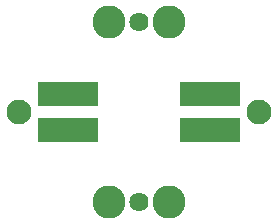
<source format=gbr>
G04 EAGLE Gerber RS-274X export*
G75*
%MOMM*%
%FSLAX34Y34*%
%LPD*%
%INSoldermask Bottom*%
%IPPOS*%
%AMOC8*
5,1,8,0,0,1.08239X$1,22.5*%
G01*
%ADD10C,2.101600*%
%ADD11R,5.101600X2.101600*%
%ADD12C,2.801600*%
%ADD13C,1.625600*%


D10*
X19050Y99060D03*
X222250Y99060D03*
D11*
X180650Y84060D03*
X180650Y114060D03*
X60650Y114060D03*
X60650Y84060D03*
D12*
X146050Y22860D03*
D13*
X120650Y22860D03*
D12*
X95250Y22860D03*
X146050Y175260D03*
D13*
X120650Y175260D03*
D12*
X95250Y175260D03*
M02*

</source>
